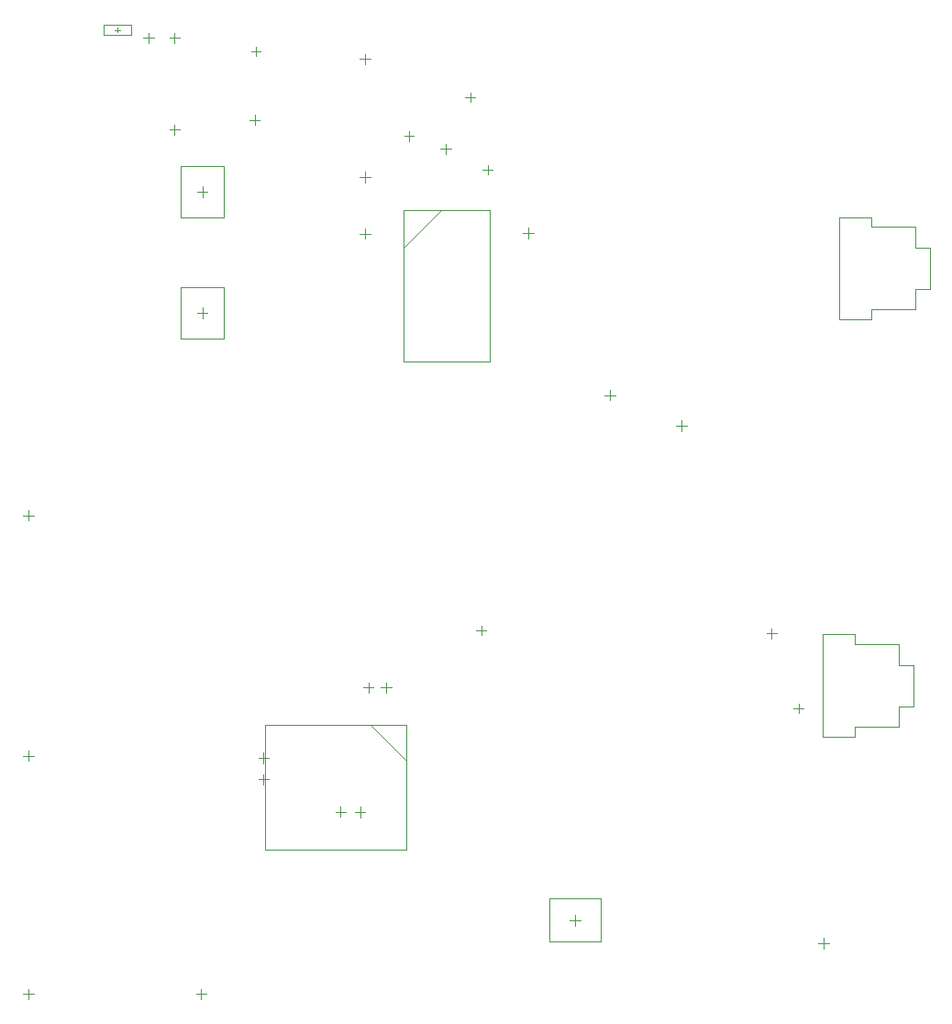
<source format=gbr>
G04*
G04 #@! TF.GenerationSoftware,Altium Limited,Altium Designer,24.2.2 (26)*
G04*
G04 Layer_Color=32768*
%FSLAX44Y44*%
%MOMM*%
G71*
G04*
G04 #@! TF.SameCoordinates,D1F85D35-12B9-47B7-842E-F7ABDB1EEA32*
G04*
G04*
G04 #@! TF.FilePolarity,Positive*
G04*
G01*
G75*
%ADD16C,0.1000*%
%ADD130C,0.0500*%
D16*
X170000Y549341D02*
Y558841D01*
X165250Y554091D02*
X174750D01*
X329500Y107676D02*
Y117176D01*
X324750Y112426D02*
X334250D01*
X170000Y327250D02*
Y336750D01*
X165250Y332000D02*
X174750D01*
X170000Y107676D02*
Y117176D01*
X165250Y112426D02*
X174750D01*
X669852Y180623D02*
X679852D01*
X674852Y175623D02*
Y185623D01*
X573270Y939730D02*
X582270D01*
X577770Y935230D02*
Y944230D01*
X555500Y887000D02*
Y897000D01*
X550500Y892000D02*
X560500D01*
X521560Y899500D02*
Y908500D01*
X517060Y904000D02*
X526060D01*
X583500Y448000D02*
X592500D01*
X588000Y443500D02*
Y452500D01*
X589500Y872989D02*
X598500D01*
X594000Y868489D02*
Y877489D01*
X773000Y632000D02*
Y642000D01*
X768000Y637000D02*
X778000D01*
X702000Y665000D02*
X712000D01*
X707000Y660000D02*
Y670000D01*
X481000Y970000D02*
Y980000D01*
X476000Y975000D02*
X486000D01*
X380000Y977500D02*
Y986500D01*
X375500Y982000D02*
X384500D01*
X300500Y994500D02*
X309500D01*
X305000Y990000D02*
Y999000D01*
X280976Y989750D02*
Y999250D01*
X276226Y994500D02*
X285726D01*
X300500Y910000D02*
X309500D01*
X305000Y905500D02*
Y914500D01*
X481000Y861000D02*
Y871000D01*
X476000Y866000D02*
X486000D01*
X325500Y741000D02*
X335500D01*
X330500Y736000D02*
Y746000D01*
X325500Y852430D02*
X335500D01*
X330500Y847430D02*
Y857430D01*
X249499Y1001999D02*
X254499D01*
X251999Y999499D02*
Y1004499D01*
X876500Y376000D02*
X885500D01*
X881000Y371500D02*
Y380500D01*
X856000Y440250D02*
Y449750D01*
X851250Y445000D02*
X860750D01*
X904000Y154000D02*
Y164000D01*
X899000Y159000D02*
X909000D01*
X485896Y360461D02*
X518646Y327711D01*
X388646Y360461D02*
X518646D01*
X388646Y245461D02*
Y360461D01*
Y245461D02*
X518646D01*
Y360461D01*
X453646Y280461D02*
X462646D01*
X458146Y275961D02*
Y284961D01*
X476146Y275461D02*
Y285461D01*
X471146Y280461D02*
X481146D01*
X387146Y305961D02*
Y314961D01*
X382646Y310461D02*
X391646D01*
X382146Y330461D02*
X392146D01*
X387146Y325461D02*
Y335461D01*
X479500Y395000D02*
X488500D01*
X484000Y390500D02*
Y399500D01*
X500000Y390000D02*
Y400000D01*
X495000Y395000D02*
X505000D01*
X626372Y814746D02*
X636372D01*
X631372Y809746D02*
Y819746D01*
X476000Y814000D02*
X486000D01*
X481000Y809000D02*
Y819000D01*
X379000Y914500D02*
Y923500D01*
X374500Y919000D02*
X383500D01*
X516000Y836000D02*
X596000D01*
Y696000D02*
Y836000D01*
X516000Y696000D02*
X596000D01*
X516000D02*
Y836000D01*
Y800750D02*
X551250Y836000D01*
D130*
X698602Y160623D02*
Y200623D01*
X651102Y160623D02*
Y200623D01*
X698602D01*
X651102Y160623D02*
X698602D01*
X933250Y359000D02*
X973500D01*
X933250Y349500D02*
Y359000D01*
X903500Y349500D02*
X933250D01*
X903500D02*
Y444250D01*
X933250D01*
Y435000D02*
Y444250D01*
Y435000D02*
X973500D01*
Y416000D02*
Y435000D01*
Y416000D02*
X987000D01*
Y378000D02*
Y416000D01*
X973500Y378000D02*
X987000D01*
X973500Y359000D02*
Y378000D01*
X988500Y744000D02*
Y763000D01*
X1002000D01*
Y801000D01*
X988500D02*
X1002000D01*
X988500D02*
Y820000D01*
X948250D02*
X988500D01*
X948250D02*
Y829250D01*
X918500D02*
X948250D01*
X918500Y734500D02*
Y829250D01*
Y734500D02*
X948250D01*
Y744000D01*
X988500D01*
X310500Y717250D02*
Y764750D01*
X350500Y717250D02*
Y764750D01*
X310500Y717250D02*
X350500D01*
X310500Y764750D02*
X350500D01*
X350500Y828680D02*
Y876180D01*
X310500Y828680D02*
Y876180D01*
X350500D01*
X310500Y828680D02*
X350500D01*
X264499Y996999D02*
Y1006999D01*
X239499Y996999D02*
X264499D01*
X239499Y1006999D02*
X264499D01*
X239499Y996999D02*
Y1006999D01*
M02*

</source>
